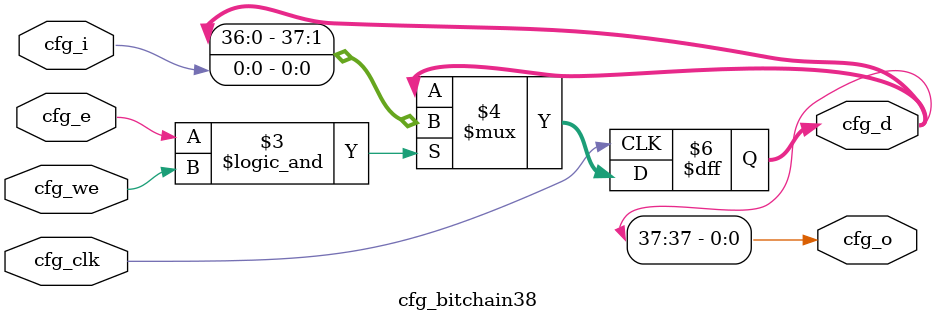
<source format=v>
module cfg_bitchain38 (
    input wire [0:0] cfg_clk,
    input wire [0:0] cfg_e,
    input wire [0:0] cfg_we,
    input wire [0:0] cfg_i,
    output reg [0:0] cfg_o,
    output reg [37:0] cfg_d
    );

    // combinational outputs
    always @* begin
        cfg_o = cfg_d[37];
    end

    always @(posedge cfg_clk) begin
        if (cfg_e && cfg_we) begin
            cfg_d <= {cfg_d, cfg_i};
        end
    end

endmodule

</source>
